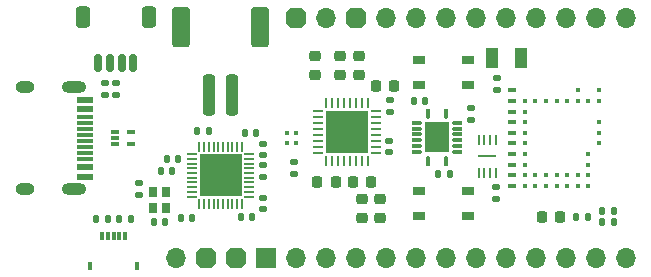
<source format=gbr>
%TF.GenerationSoftware,KiCad,Pcbnew,9.0.0-rc2-3baa6cd791~182~ubuntu24.04.1*%
%TF.CreationDate,2025-02-03T21:50:49-05:00*%
%TF.ProjectId,RoyalBlue54L-Feather,526f7961-6c42-46c7-9565-35344c2d4665,rev?*%
%TF.SameCoordinates,Original*%
%TF.FileFunction,Soldermask,Top*%
%TF.FilePolarity,Negative*%
%FSLAX46Y46*%
G04 Gerber Fmt 4.6, Leading zero omitted, Abs format (unit mm)*
G04 Created by KiCad (PCBNEW 9.0.0-rc2-3baa6cd791~182~ubuntu24.04.1) date 2025-02-03 21:50:49*
%MOMM*%
%LPD*%
G01*
G04 APERTURE LIST*
G04 Aperture macros list*
%AMRoundRect*
0 Rectangle with rounded corners*
0 $1 Rounding radius*
0 $2 $3 $4 $5 $6 $7 $8 $9 X,Y pos of 4 corners*
0 Add a 4 corners polygon primitive as box body*
4,1,4,$2,$3,$4,$5,$6,$7,$8,$9,$2,$3,0*
0 Add four circle primitives for the rounded corners*
1,1,$1+$1,$2,$3*
1,1,$1+$1,$4,$5*
1,1,$1+$1,$6,$7*
1,1,$1+$1,$8,$9*
0 Add four rect primitives between the rounded corners*
20,1,$1+$1,$2,$3,$4,$5,0*
20,1,$1+$1,$4,$5,$6,$7,0*
20,1,$1+$1,$6,$7,$8,$9,0*
20,1,$1+$1,$8,$9,$2,$3,0*%
%AMOutline5P*
0 Free polygon, 5 corners , with rotation*
0 The origin of the aperture is its center*
0 number of corners: always 5*
0 $1 to $10 corner X, Y*
0 $11 Rotation angle, in degrees counterclockwise*
0 create outline with 5 corners*
4,1,5,$1,$2,$3,$4,$5,$6,$7,$8,$9,$10,$1,$2,$11*%
%AMOutline6P*
0 Free polygon, 6 corners , with rotation*
0 The origin of the aperture is its center*
0 number of corners: always 6*
0 $1 to $12 corner X, Y*
0 $13 Rotation angle, in degrees counterclockwise*
0 create outline with 6 corners*
4,1,6,$1,$2,$3,$4,$5,$6,$7,$8,$9,$10,$11,$12,$1,$2,$13*%
%AMOutline7P*
0 Free polygon, 7 corners , with rotation*
0 The origin of the aperture is its center*
0 number of corners: always 7*
0 $1 to $14 corner X, Y*
0 $15 Rotation angle, in degrees counterclockwise*
0 create outline with 7 corners*
4,1,7,$1,$2,$3,$4,$5,$6,$7,$8,$9,$10,$11,$12,$13,$14,$1,$2,$15*%
%AMOutline8P*
0 Free polygon, 8 corners , with rotation*
0 The origin of the aperture is its center*
0 number of corners: always 8*
0 $1 to $16 corner X, Y*
0 $17 Rotation angle, in degrees counterclockwise*
0 create outline with 8 corners*
4,1,8,$1,$2,$3,$4,$5,$6,$7,$8,$9,$10,$11,$12,$13,$14,$15,$16,$1,$2,$17*%
%AMFreePoly0*
4,1,15,0.140000,-0.355000,0.137310,-0.355000,0.137310,-0.382313,0.116406,-0.432780,0.077780,-0.471406,0.027313,-0.492310,-0.027313,-0.492310,-0.077780,-0.471406,-0.116406,-0.432780,-0.137310,-0.382313,-0.137310,-0.355000,-0.140000,-0.355000,-0.140000,0.355000,0.140000,0.355000,0.140000,-0.355000,0.140000,-0.355000,$1*%
%AMFreePoly1*
4,1,15,0.355000,0.137310,0.382313,0.137310,0.432780,0.116406,0.471406,0.077780,0.492310,0.027313,0.492310,-0.027313,0.471406,-0.077780,0.432780,-0.116406,0.382313,-0.137310,0.355000,-0.137310,0.355000,-0.140000,-0.355000,-0.140000,-0.355000,0.140000,0.355000,0.140000,0.355000,0.137310,0.355000,0.137310,$1*%
%AMFreePoly2*
4,1,15,0.077780,0.471406,0.116406,0.432780,0.137310,0.382313,0.137310,0.355000,0.140000,0.355000,0.140000,-0.355000,-0.140000,-0.355000,-0.140000,0.355000,-0.137310,0.355000,-0.137310,0.382313,-0.116406,0.432780,-0.077780,0.471406,-0.027313,0.492310,0.027313,0.492310,0.077780,0.471406,0.077780,0.471406,$1*%
%AMFreePoly3*
4,1,15,0.355000,-0.140000,-0.355000,-0.140000,-0.355000,-0.137310,-0.382313,-0.137310,-0.432780,-0.116406,-0.471406,-0.077780,-0.492310,-0.027313,-0.492310,0.027313,-0.471406,0.077780,-0.432780,0.116406,-0.382313,0.137310,-0.355000,0.137310,-0.355000,0.140000,0.355000,0.140000,0.355000,-0.140000,0.355000,-0.140000,$1*%
G04 Aperture macros list end*
%ADD10RoundRect,0.140000X-0.140000X-0.170000X0.140000X-0.170000X0.140000X0.170000X-0.140000X0.170000X0*%
%ADD11RoundRect,0.135000X0.135000X0.185000X-0.135000X0.185000X-0.135000X-0.185000X0.135000X-0.185000X0*%
%ADD12RoundRect,0.250000X0.250000X1.500000X-0.250000X1.500000X-0.250000X-1.500000X0.250000X-1.500000X0*%
%ADD13RoundRect,0.250001X0.499999X1.449999X-0.499999X1.449999X-0.499999X-1.449999X0.499999X-1.449999X0*%
%ADD14C,0.400000*%
%ADD15R,0.500000X0.400000*%
%ADD16RoundRect,0.135000X-0.135000X-0.185000X0.135000X-0.185000X0.135000X0.185000X-0.135000X0.185000X0*%
%ADD17RoundRect,0.140000X-0.170000X0.140000X-0.170000X-0.140000X0.170000X-0.140000X0.170000X0.140000X0*%
%ADD18RoundRect,0.100000X-0.100000X-0.100000X0.100000X-0.100000X0.100000X0.100000X-0.100000X0.100000X0*%
%ADD19RoundRect,0.062500X0.062500X-0.337500X0.062500X0.337500X-0.062500X0.337500X-0.062500X-0.337500X0*%
%ADD20RoundRect,0.062500X0.337500X-0.062500X0.337500X0.062500X-0.337500X0.062500X-0.337500X-0.062500X0*%
%ADD21R,3.600000X3.600000*%
%ADD22RoundRect,0.135000X0.185000X-0.135000X0.185000X0.135000X-0.185000X0.135000X-0.185000X-0.135000X0*%
%ADD23RoundRect,0.140000X0.170000X-0.140000X0.170000X0.140000X-0.170000X0.140000X-0.170000X-0.140000X0*%
%ADD24R,1.450000X0.600000*%
%ADD25R,1.450000X0.300000*%
%ADD26O,2.100000X1.000000*%
%ADD27O,1.600000X1.000000*%
%ADD28RoundRect,0.062500X-0.062500X0.387500X-0.062500X-0.387500X0.062500X-0.387500X0.062500X0.387500X0*%
%ADD29R,1.600000X0.200000*%
%ADD30RoundRect,0.225000X0.250000X-0.225000X0.250000X0.225000X-0.250000X0.225000X-0.250000X-0.225000X0*%
%ADD31R,0.800000X0.900000*%
%ADD32RoundRect,0.140000X0.140000X0.170000X-0.140000X0.170000X-0.140000X-0.170000X0.140000X-0.170000X0*%
%ADD33RoundRect,0.135000X-0.185000X0.135000X-0.185000X-0.135000X0.185000X-0.135000X0.185000X0.135000X0*%
%ADD34RoundRect,0.218750X0.218750X0.256250X-0.218750X0.256250X-0.218750X-0.256250X0.218750X-0.256250X0*%
%ADD35R,1.050000X0.650000*%
%ADD36FreePoly0,0.000000*%
%ADD37FreePoly1,0.000000*%
%ADD38FreePoly2,0.000000*%
%ADD39FreePoly3,0.000000*%
%ADD40R,2.050000X2.550000*%
%ADD41RoundRect,0.225000X-0.225000X-0.250000X0.225000X-0.250000X0.225000X0.250000X-0.225000X0.250000X0*%
%ADD42R,1.000000X1.800000*%
%ADD43R,0.300000X0.800000*%
%ADD44R,0.400000X0.800000*%
%ADD45RoundRect,0.087500X-0.250000X-0.087500X0.250000X-0.087500X0.250000X0.087500X-0.250000X0.087500X0*%
%ADD46RoundRect,0.218750X0.256250X-0.218750X0.256250X0.218750X-0.256250X0.218750X-0.256250X-0.218750X0*%
%ADD47RoundRect,0.150000X0.150000X0.625000X-0.150000X0.625000X-0.150000X-0.625000X0.150000X-0.625000X0*%
%ADD48RoundRect,0.250000X0.350000X0.650000X-0.350000X0.650000X-0.350000X-0.650000X0.350000X-0.650000X0*%
%ADD49RoundRect,0.225000X0.225000X0.250000X-0.225000X0.250000X-0.225000X-0.250000X0.225000X-0.250000X0*%
%ADD50RoundRect,0.062500X0.350000X0.062500X-0.350000X0.062500X-0.350000X-0.062500X0.350000X-0.062500X0*%
%ADD51RoundRect,0.062500X0.062500X0.350000X-0.062500X0.350000X-0.062500X-0.350000X0.062500X-0.350000X0*%
%ADD52O,1.700000X1.700000*%
%ADD53Outline8P,-0.850000X0.425000X-0.425000X0.850000X0.425000X0.850000X0.850000X0.425000X0.850000X-0.425000X0.425000X-0.850000X-0.425000X-0.850000X-0.850000X-0.425000X270.000000*%
%ADD54R,1.700000X1.700000*%
G04 APERTURE END LIST*
D10*
%TO.C,C25*%
X100170000Y-41280000D03*
X101130000Y-41280000D03*
%TD*%
D11*
%TO.C,R5*%
X117150000Y-51540000D03*
X116130000Y-51540000D03*
%TD*%
D12*
%TO.C,J4*%
X84820000Y-40778000D03*
X82820000Y-40778000D03*
D13*
X87170000Y-35028000D03*
X80470000Y-35028000D03*
%TD*%
D14*
%TO.C,U1*%
X115860000Y-40400000D03*
X114060000Y-40400000D03*
X108660000Y-40400000D03*
D15*
X108410000Y-40400000D03*
D14*
X115860000Y-41300000D03*
X114960000Y-41300000D03*
X114060000Y-41300000D03*
X113160000Y-41300000D03*
X112260000Y-41300000D03*
X111360000Y-41300000D03*
X110460000Y-41300000D03*
X109560000Y-41300000D03*
X108660000Y-41300000D03*
D15*
X108410000Y-41300000D03*
D14*
X109560000Y-42200000D03*
X108660000Y-42200000D03*
D15*
X108410000Y-42200000D03*
D14*
X115860000Y-43100000D03*
X109560000Y-43100000D03*
X108660000Y-43100000D03*
D15*
X108410000Y-43100000D03*
D14*
X115860000Y-44000000D03*
X109560000Y-44000000D03*
X108660000Y-44000000D03*
D15*
X108410000Y-44000000D03*
D14*
X115860000Y-44900000D03*
X109560000Y-44900000D03*
X108660000Y-44900000D03*
D15*
X108410000Y-44900000D03*
D14*
X114960000Y-45800000D03*
X109560000Y-45800000D03*
X108660000Y-45800000D03*
D15*
X108410000Y-45800000D03*
D14*
X114960000Y-46700000D03*
X109560000Y-46700000D03*
X108660000Y-46700000D03*
D15*
X108410000Y-46700000D03*
D14*
X114960000Y-47600000D03*
X114060000Y-47600000D03*
X113160000Y-47600000D03*
X112260000Y-47600000D03*
X111360000Y-47600000D03*
X110460000Y-47600000D03*
X109560000Y-47600000D03*
X108660000Y-47600000D03*
D15*
X108410000Y-47600000D03*
D14*
X114960000Y-48500000D03*
X114060000Y-48500000D03*
X113160000Y-48500000D03*
X112260000Y-48500000D03*
X111360000Y-48500000D03*
X110460000Y-48500000D03*
X109560000Y-48500000D03*
X108660000Y-48500000D03*
D15*
X108410000Y-48500000D03*
%TD*%
D16*
%TO.C,R6*%
X113880000Y-51120000D03*
X114900000Y-51120000D03*
%TD*%
D17*
%TO.C,C10*%
X87380000Y-46750000D03*
X87380000Y-47710000D03*
%TD*%
D11*
%TO.C,R7*%
X117150000Y-50600000D03*
X116130000Y-50600000D03*
%TD*%
D18*
%TO.C,D3*%
X89420000Y-44050000D03*
X90220000Y-44050000D03*
X90220000Y-44850000D03*
X89420000Y-44850000D03*
%TD*%
D19*
%TO.C,U2*%
X92770000Y-46380000D03*
X93270000Y-46380000D03*
X93770000Y-46380000D03*
X94270000Y-46380000D03*
X94770000Y-46380000D03*
X95270000Y-46380000D03*
X95770000Y-46380000D03*
X96270000Y-46380000D03*
D20*
X96970000Y-45680000D03*
X96970000Y-45180000D03*
X96970000Y-44680000D03*
X96970000Y-44180000D03*
X96970000Y-43680000D03*
X96970000Y-43180000D03*
X96970000Y-42680000D03*
X96970000Y-42180000D03*
D19*
X96270000Y-41480000D03*
X95770000Y-41480000D03*
X95270000Y-41480000D03*
X94770000Y-41480000D03*
X94270000Y-41480000D03*
X93770000Y-41480000D03*
X93270000Y-41480000D03*
X92770000Y-41480000D03*
D20*
X92070000Y-42180000D03*
X92070000Y-42680000D03*
X92070000Y-43180000D03*
X92070000Y-43680000D03*
X92070000Y-44180000D03*
X92070000Y-44680000D03*
X92070000Y-45180000D03*
X92070000Y-45680000D03*
D21*
X94520000Y-43930000D03*
%TD*%
D10*
%TO.C,C23*%
X85860000Y-44040000D03*
X86820000Y-44040000D03*
%TD*%
D22*
%TO.C,R2*%
X74043416Y-40825058D03*
X74043416Y-39805058D03*
%TD*%
D23*
%TO.C,C24*%
X105000000Y-42890000D03*
X105000000Y-41930000D03*
%TD*%
D17*
%TO.C,C19*%
X87380000Y-49520000D03*
X87380000Y-50480000D03*
%TD*%
%TO.C,C1*%
X98080000Y-44680000D03*
X98080000Y-45640000D03*
%TD*%
D24*
%TO.C,J3*%
X72345000Y-41200000D03*
X72345000Y-42000000D03*
D25*
X72345000Y-43200000D03*
X72345000Y-44200000D03*
X72345000Y-44700000D03*
X72345000Y-45700000D03*
D24*
X72345000Y-46900000D03*
X72345000Y-47700000D03*
X72345000Y-47700000D03*
X72345000Y-46900000D03*
D25*
X72345000Y-46200000D03*
X72345000Y-45200000D03*
X72345000Y-43700000D03*
X72345000Y-42700000D03*
D24*
X72345000Y-42000000D03*
X72345000Y-41200000D03*
D26*
X71430000Y-40130000D03*
D27*
X67250000Y-40130000D03*
D26*
X71430000Y-48770000D03*
D27*
X67250000Y-48770000D03*
%TD*%
D17*
%TO.C,C18*%
X76870000Y-48290000D03*
X76870000Y-49250000D03*
%TD*%
D28*
%TO.C,U4*%
X107150000Y-44575000D03*
X106650000Y-44575000D03*
X106150000Y-44575000D03*
X105650000Y-44575000D03*
X105650000Y-47425000D03*
X106150000Y-47425000D03*
X106650000Y-47425000D03*
X107150000Y-47425000D03*
D29*
X106400000Y-46000000D03*
%TD*%
D30*
%TO.C,C4*%
X95520000Y-39065000D03*
X95520000Y-37515000D03*
%TD*%
D31*
%TO.C,Y2*%
X78080000Y-48970000D03*
X78080000Y-50370000D03*
X79180000Y-50370000D03*
X79180000Y-48970000D03*
%TD*%
D32*
%TO.C,C16*%
X81380000Y-51180000D03*
X80420000Y-51180000D03*
%TD*%
%TO.C,C22*%
X80200000Y-46250000D03*
X79240000Y-46250000D03*
%TD*%
D23*
%TO.C,C9*%
X107200000Y-40340000D03*
X107200000Y-39380000D03*
%TD*%
D30*
%TO.C,C6*%
X91820000Y-39065000D03*
X91820000Y-37515000D03*
%TD*%
D33*
%TO.C,R8*%
X90050000Y-46480000D03*
X90050000Y-47500000D03*
%TD*%
D34*
%TO.C,D1*%
X112577500Y-51120000D03*
X111002500Y-51120000D03*
%TD*%
D10*
%TO.C,C13*%
X75250000Y-51325000D03*
X76210000Y-51325000D03*
%TD*%
D35*
%TO.C,SW1*%
X104775000Y-51075000D03*
X100625000Y-51075000D03*
X104775000Y-48925000D03*
X100650000Y-48925000D03*
%TD*%
D36*
%TO.C,U6*%
X101390000Y-42345000D03*
D37*
X100345000Y-43140000D03*
X100345000Y-43640000D03*
X100345000Y-44140000D03*
X100345000Y-44640000D03*
X100345000Y-45140000D03*
X100345000Y-45640000D03*
D38*
X101390000Y-46435000D03*
X102890000Y-46435000D03*
D39*
X103935000Y-45640000D03*
X103935000Y-45140000D03*
X103935000Y-44640000D03*
X103935000Y-44140000D03*
X103935000Y-43640000D03*
X103935000Y-43140000D03*
D36*
X102890000Y-42345000D03*
D40*
X102140000Y-44390000D03*
%TD*%
D22*
%TO.C,R4*%
X98140000Y-42270000D03*
X98140000Y-41250000D03*
%TD*%
D41*
%TO.C,C11*%
X96985000Y-40060000D03*
X98535000Y-40060000D03*
%TD*%
D42*
%TO.C,Y1*%
X106780000Y-37700000D03*
X109280000Y-37700000D03*
%TD*%
D35*
%TO.C,SW2*%
X104775000Y-39975000D03*
X100625000Y-39975000D03*
X104775000Y-37825000D03*
X100650000Y-37825000D03*
%TD*%
D43*
%TO.C,J6*%
X73750000Y-52750000D03*
X74250000Y-52750000D03*
X74750000Y-52750000D03*
X75250000Y-52750000D03*
X75750000Y-52750000D03*
D44*
X72750000Y-55250000D03*
X76750000Y-55250000D03*
%TD*%
D30*
%TO.C,C8*%
X97310000Y-51175000D03*
X97310000Y-49625000D03*
%TD*%
D41*
%TO.C,C2*%
X95025000Y-48140000D03*
X96575000Y-48140000D03*
%TD*%
D22*
%TO.C,R3*%
X74983416Y-40825058D03*
X74983416Y-39805058D03*
%TD*%
D10*
%TO.C,C15*%
X85530000Y-51160000D03*
X86490000Y-51160000D03*
%TD*%
D45*
%TO.C,U3*%
X74837500Y-43942500D03*
X74837500Y-44442500D03*
X74837500Y-44942500D03*
X76262500Y-44942500D03*
X76262500Y-43942500D03*
%TD*%
D46*
%TO.C,L1*%
X95800000Y-51187500D03*
X95800000Y-49612500D03*
%TD*%
D32*
%TO.C,C14*%
X74250000Y-51325000D03*
X73290000Y-51325000D03*
%TD*%
D30*
%TO.C,C5*%
X93950000Y-39065000D03*
X93950000Y-37515000D03*
%TD*%
D23*
%TO.C,C7*%
X87380000Y-45890000D03*
X87380000Y-44930000D03*
%TD*%
D16*
%TO.C,R1*%
X102190000Y-47510000D03*
X103210000Y-47510000D03*
%TD*%
D32*
%TO.C,C21*%
X79720000Y-47210000D03*
X78760000Y-47210000D03*
%TD*%
D47*
%TO.C,J5*%
X76430000Y-38103000D03*
X75430000Y-38103000D03*
X74430000Y-38103000D03*
X73430000Y-38103000D03*
D48*
X77730000Y-34228000D03*
X72130000Y-34228000D03*
%TD*%
D49*
%TO.C,C3*%
X93555000Y-48140000D03*
X92005000Y-48140000D03*
%TD*%
D32*
%TO.C,C17*%
X82810000Y-43870000D03*
X81850000Y-43870000D03*
%TD*%
D50*
%TO.C,U5*%
X86257500Y-49400000D03*
X86257500Y-49000000D03*
X86257500Y-48600000D03*
X86257500Y-48200000D03*
X86257500Y-47800000D03*
X86257500Y-47400000D03*
X86257500Y-47000000D03*
X86257500Y-46600000D03*
X86257500Y-46200000D03*
X86257500Y-45800000D03*
D51*
X85620000Y-45162500D03*
X85220000Y-45162500D03*
X84820000Y-45162500D03*
X84420000Y-45162500D03*
X84020000Y-45162500D03*
X83620000Y-45162500D03*
X83220000Y-45162500D03*
X82820000Y-45162500D03*
X82420000Y-45162500D03*
X82020000Y-45162500D03*
D50*
X81382500Y-45800000D03*
X81382500Y-46200000D03*
X81382500Y-46600000D03*
X81382500Y-47000000D03*
X81382500Y-47400000D03*
X81382500Y-47800000D03*
X81382500Y-48200000D03*
X81382500Y-48600000D03*
X81382500Y-49000000D03*
X81382500Y-49400000D03*
D51*
X82020000Y-50037500D03*
X82420000Y-50037500D03*
X82820000Y-50037500D03*
X83220000Y-50037500D03*
X83620000Y-50037500D03*
X84020000Y-50037500D03*
X84420000Y-50037500D03*
X84820000Y-50037500D03*
X85220000Y-50037500D03*
X85620000Y-50037500D03*
D21*
X83820000Y-47600000D03*
%TD*%
D17*
%TO.C,C12*%
X107150000Y-48610000D03*
X107150000Y-49570000D03*
%TD*%
D10*
%TO.C,C20*%
X78150000Y-51530000D03*
X79110000Y-51530000D03*
%TD*%
D52*
%TO.C,J1*%
X80010000Y-54610000D03*
D53*
X82550000Y-54610000D03*
X85090000Y-54610000D03*
D54*
X87630000Y-54610000D03*
D52*
X90170000Y-54610000D03*
X92710000Y-54610000D03*
X95250000Y-54610000D03*
X97790000Y-54610000D03*
X100330000Y-54610000D03*
X102870000Y-54610000D03*
X105410000Y-54610000D03*
X107950000Y-54610000D03*
X110490000Y-54610000D03*
X113030000Y-54610000D03*
X115570000Y-54610000D03*
X118110000Y-54610000D03*
%TD*%
D53*
%TO.C,J2*%
X90170000Y-34290000D03*
D52*
X92710000Y-34290000D03*
D53*
X95250000Y-34290000D03*
D52*
X97790000Y-34290000D03*
X100330000Y-34290000D03*
X102870000Y-34290000D03*
X105410000Y-34290000D03*
X107950000Y-34290000D03*
X110490000Y-34290000D03*
X113030000Y-34290000D03*
X115570000Y-34290000D03*
X118110000Y-34290000D03*
%TD*%
M02*

</source>
